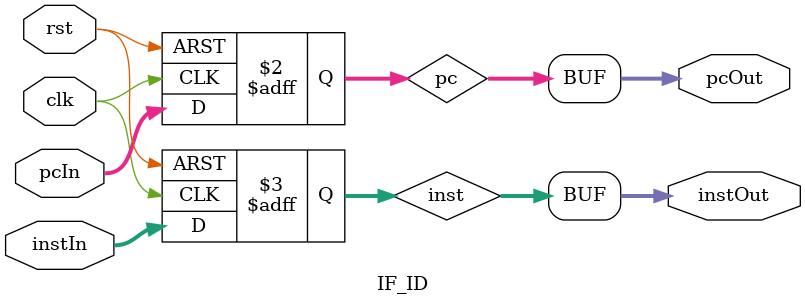
<source format=v>
/***************************************************
 * Modulo: IF_ID
 * Projeto: mips32
 * Descrição: Registradores de pipeline
 ***************************************************/
module IF_ID(rst, clk, pcIn, instIn, pcOut, instOut);
	input rst, clk;
	input[31:0] pcIn, instIn;
	output[31:0] pcOut, instOut;

	reg[31:0] pc, inst;
	assign pcOut = pc;	
	assign instOut = inst;
	
	always @(posedge clk or posedge rst) begin
		if (rst) begin
			pc <= 0;	
			inst <= 0;		
		end else begin
			pc <= pcIn;
			inst <= instIn;
		end
	end


endmodule
</source>
